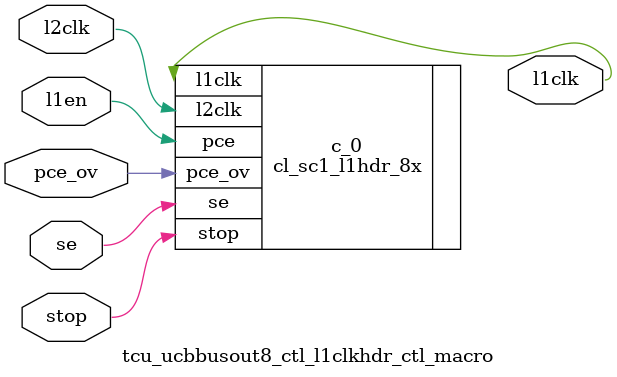
<source format=v>
`define UCB_BUS_WIDTH 8
`define UCB_BUS_WIDTH_M1 7
`define CYC_NUM 16
`define CYC_NUM_M1 15

module tcu_ucbbusout8_ctl (
  iol2clk, 
  scan_in, 
  scan_out, 
  tcu_int_ce, 
  tcu_pce_ov, 
  tcu_clk_stop, 
  tcu_siclk_in, 
  tcu_soclk_in, 
  tcu_scan_en, 
  vld, 
  data, 
  stall, 
  outdata_buf_busy, 
  outdata_buf_in, 
  outdata_vec_in, 
  outdata_buf_wr) ;
wire [15:0] outdata_vec;
wire [127:0] outdata_buf;
wire stall_d1_ff_scanin;
wire stall_d1_ff_scanout;
wire stall_d1;
wire l1clk;
wire load_outdata;
wire shift_outdata;
wire [15:0] outdata_vec_next;
wire outdata_vec_ff_scanin;
wire outdata_vec_ff_scanout;
wire [127:0] outdata_buf_next;
wire outdata_buf_ff_scanin;
wire outdata_buf_ff_scanout;
wire siclk;
wire soclk;
wire l1en;
wire pce_ov;
wire stop;
wire se;


// Globals
input		iol2clk;
input		scan_in;
output		scan_out;
input           tcu_int_ce;
input		tcu_pce_ov;
input		tcu_clk_stop;
input		tcu_siclk_in;
input		tcu_soclk_in;
input 	        tcu_scan_en;

// UCB bus interface
output		vld;
output [`UCB_BUS_WIDTH_M1 :0]	data;
input		stall;

// Local interface
output		outdata_buf_busy;
input [127:0]	outdata_buf_in;
input [`CYC_NUM_M1 :0]	outdata_vec_in;
input		outdata_buf_wr;

// Local signals

////////////////////////////////////////////////////////////////////////
// Code starts here
////////////////////////////////////////////////////////////////////////
/************************************************************
 * UCB bus interface flops
 ************************************************************/
assign 	 vld = outdata_vec[0];
assign 	 data[`UCB_BUS_WIDTH_M1 :0] = outdata_buf[`UCB_BUS_WIDTH_M1 :0];

tcu_ucbbusout8_ctl_msff_ctl_macro__width_1 stall_d1_ff 
				(
				.scan_in(stall_d1_ff_scanin),
				.scan_out(stall_d1_ff_scanout),
				.dout		(stall_d1),
				.l1clk		(l1clk),
				.din		(stall),
  .siclk(siclk),
  .soclk(soclk)
				);

/************************************************************
 * Outbound Data
 ************************************************************/
// accept new data only if there is none being processed
assign  load_outdata = outdata_buf_wr & ~outdata_buf_busy;

assign  outdata_buf_busy = outdata_vec[0] | stall_d1;

assign  shift_outdata = outdata_vec[0] & ~stall_d1;

assign  outdata_vec_next[`CYC_NUM_M1 :0] =
				load_outdata  ? outdata_vec_in[`CYC_NUM_M1 :0] : 
				shift_outdata ? {1'b0,outdata_vec[`CYC_NUM_M1 :1]} : 
						outdata_vec[`CYC_NUM_M1 :0] ;

tcu_ucbbusout8_ctl_msff_ctl_macro__width_16 outdata_vec_ff  
				(
				.scan_in(outdata_vec_ff_scanin),
				.scan_out(outdata_vec_ff_scanout),
				.dout		(outdata_vec[`CYC_NUM_M1 :0]),
				.l1clk		(l1clk),
				.din		(outdata_vec_next[`CYC_NUM_M1 :0]),
  .siclk(siclk),
  .soclk(soclk)
				);

assign  outdata_buf_next[127:0] = load_outdata  ? outdata_buf_in[127:0] :
		 		  shift_outdata ? (outdata_buf[127:0] >> `UCB_BUS_WIDTH ) :  
	                         		   outdata_buf[127:0] ;

tcu_ucbbusout8_ctl_msff_ctl_macro__width_128 outdata_buf_ff 
				(
				.scan_in(outdata_buf_ff_scanin),
				.scan_out(outdata_buf_ff_scanout),
				.dout		(outdata_buf[127:0]),
				.l1clk		(l1clk),
				.din		(outdata_buf_next[127:0]),
  .siclk(siclk),
  .soclk(soclk)
				);



/**** adding clock header ****/
tcu_ucbbusout8_ctl_l1clkhdr_ctl_macro clkgen (
				.l2clk	(iol2clk),
				.l1clk	(l1clk),
  .l1en(l1en),
  .pce_ov(pce_ov),
  .stop(stop),
  .se(se)
				);

/*** building tcu port ***/
assign	siclk = tcu_siclk_in;
assign	soclk = tcu_soclk_in;
assign  l1en  = tcu_int_ce; // 1'1b
assign	pce_ov = tcu_pce_ov;
assign	stop = tcu_clk_stop;
assign  se = tcu_scan_en;

// fixscan start:
assign stall_d1_ff_scanin        = scan_in                  ;
assign outdata_vec_ff_scanin     = stall_d1_ff_scanout      ;
assign outdata_buf_ff_scanin     = outdata_vec_ff_scanout   ;
assign scan_out                  = outdata_buf_ff_scanout   ;
// fixscan end:
endmodule // ucb_bus_out












// any PARAMS parms go into naming of macro

module tcu_ucbbusout8_ctl_msff_ctl_macro__width_1 (
  din, 
  l1clk, 
  scan_in, 
  siclk, 
  soclk, 
  dout, 
  scan_out);
wire [0:0] fdin;

  input [0:0] din;
  input l1clk;
  input scan_in;


  input siclk;
  input soclk;

  output [0:0] dout;
  output scan_out;
assign fdin[0:0] = din[0:0];






dff #(1)  d0_0 (
.l1clk(l1clk),
.siclk(siclk),
.soclk(soclk),
.d(fdin[0:0]),
.si(scan_in),
.so(scan_out),
.q(dout[0:0])
);












endmodule













// any PARAMS parms go into naming of macro

module tcu_ucbbusout8_ctl_msff_ctl_macro__width_16 (
  din, 
  l1clk, 
  scan_in, 
  siclk, 
  soclk, 
  dout, 
  scan_out);
wire [15:0] fdin;
wire [14:0] so;

  input [15:0] din;
  input l1clk;
  input scan_in;


  input siclk;
  input soclk;

  output [15:0] dout;
  output scan_out;
assign fdin[15:0] = din[15:0];






dff #(16)  d0_0 (
.l1clk(l1clk),
.siclk(siclk),
.soclk(soclk),
.d(fdin[15:0]),
.si({scan_in,so[14:0]}),
.so({so[14:0],scan_out}),
.q(dout[15:0])
);












endmodule













// any PARAMS parms go into naming of macro

module tcu_ucbbusout8_ctl_msff_ctl_macro__width_128 (
  din, 
  l1clk, 
  scan_in, 
  siclk, 
  soclk, 
  dout, 
  scan_out);
wire [127:0] fdin;
wire [126:0] so;

  input [127:0] din;
  input l1clk;
  input scan_in;


  input siclk;
  input soclk;

  output [127:0] dout;
  output scan_out;
assign fdin[127:0] = din[127:0];






dff #(128)  d0_0 (
.l1clk(l1clk),
.siclk(siclk),
.soclk(soclk),
.d(fdin[127:0]),
.si({scan_in,so[126:0]}),
.so({so[126:0],scan_out}),
.q(dout[127:0])
);












endmodule













// any PARAMS parms go into naming of macro

module tcu_ucbbusout8_ctl_l1clkhdr_ctl_macro (
  l2clk, 
  l1en, 
  pce_ov, 
  stop, 
  se, 
  l1clk);


  input l2clk;
  input l1en;
  input pce_ov;
  input stop;
  input se;
  output l1clk;



 

cl_sc1_l1hdr_8x c_0 (


   .l2clk(l2clk),
   .pce(l1en),
   .l1clk(l1clk),
  .se(se),
  .pce_ov(pce_ov),
  .stop(stop)
);



endmodule









</source>
